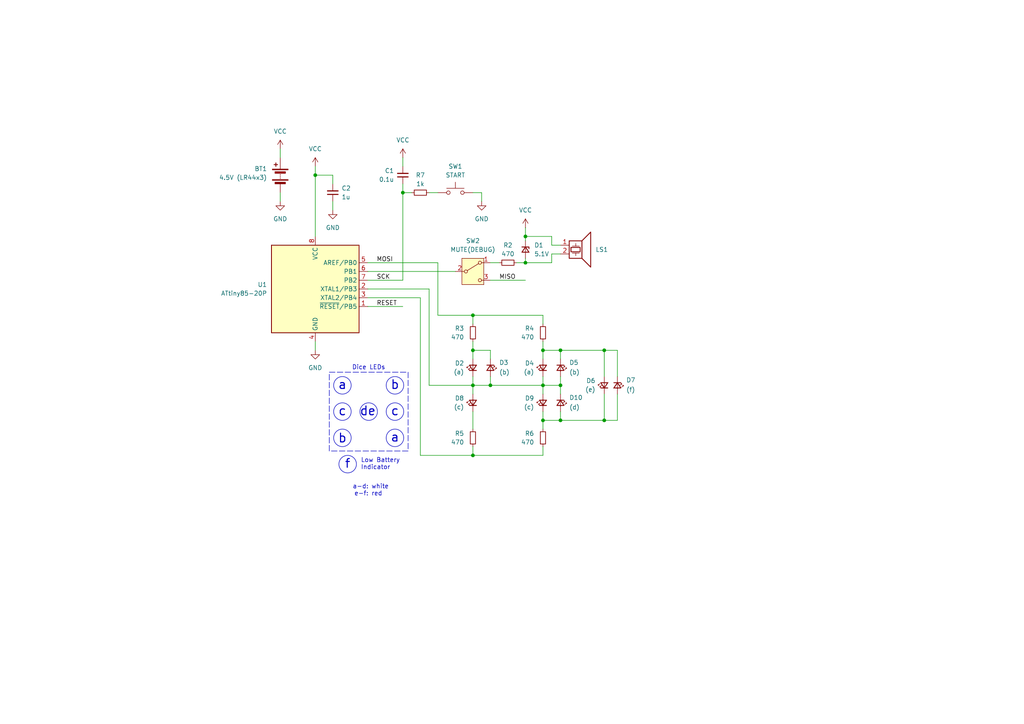
<source format=kicad_sch>
(kicad_sch (version 20250114) (generator "eeschema") (generator_version "9.0")
  (paper "A4")
  (lib_symbols
    (symbol "Device:Battery" (pin_numbers (hide yes)) (pin_names (offset 0) (hide yes))
      (property "Reference" "BT" (at 2.54 2.54 0))
      (property "Value" "Battery" (at 2.54 0 0))
      (symbol "Battery_0_1"
        (rectangle (start -2.286 1.778) (end 2.286 1.524) (fill (type outline)))
        (rectangle (start -2.286 -1.27) (end 2.286 -1.524) (fill (type outline)))
        (rectangle (start -1.524 1.016) (end 1.524 0.508) (fill (type outline)))
        (rectangle (start -1.524 -2.032) (end 1.524 -2.54) (fill (type outline)))
        (polyline (pts (xy 0 1.778) (xy 0 2.54)))
        (polyline (pts (xy 0 0) (xy 0 0.254)))
        (polyline (pts (xy 0 -0.508) (xy 0 -0.254)))
        (polyline (pts (xy 0 -1.016) (xy 0 -0.762)))
        (polyline (pts (xy 0.762 3.048) (xy 1.778 3.048)) (stroke (width 0.254)))
        (polyline (pts (xy 1.27 3.556) (xy 1.27 2.54)) (stroke (width 0.254)))
      )
      (symbol "Battery_1_1"
        (pin passive line (at 0 5.08 270) (length 2.54) (name "+") (number "1"))
        (pin passive line (at 0 -5.08 90) (length 2.54) (name "-") (number "2"))
      )
    )
    (symbol "Device:C_Small" (pin_numbers (hide yes)) (pin_names (offset 0.254) (hide yes))
      (property "Reference" "C" (at 0.254 1.778 0))
      (property "Value" "C_Small" (at 0.254 -2.032 0))
      (symbol "C_Small_0_1"
        (polyline (pts (xy -1.524 0.508) (xy 1.524 0.508)) (stroke (width 0.3048)))
        (polyline (pts (xy -1.524 -0.508) (xy 1.524 -0.508)) (stroke (width 0.3302)))
      )
      (symbol "C_Small_1_1"
        (pin passive line (at 0 2.54 270) (length 2.032) (name "~") (number "1"))
        (pin passive line (at 0 -2.54 90) (length 2.032) (name "~") (number "2"))
      )
    )
    (symbol "Device:D_Zener_Small" (pin_numbers (hide yes)) (pin_names (offset 0.254) (hide yes))
      (property "Reference" "D" (at 0 2.286 0))
      (property "Value" "D_Zener_Small" (at 0 -2.286 0))
      (symbol "D_Zener_Small_0_1"
        (polyline (pts (xy -0.254 1.016) (xy -0.762 1.016) (xy -0.762 -1.016)) (stroke (width 0.254)))
        (polyline (pts (xy 0.762 1.016) (xy -0.762 0) (xy 0.762 -1.016) (xy 0.762 1.016)) (stroke (width 0.254)))
        (polyline (pts (xy 0.762 0) (xy -0.762 0)))
      )
      (symbol "D_Zener_Small_1_1"
        (pin passive line (at -2.54 0 0) (length 1.778) (name "K") (number "1"))
        (pin passive line (at 2.54 0 180) (length 1.778) (name "A") (number "2"))
      )
    )
    (symbol "Device:LED_Small" (pin_numbers (hide yes)) (pin_names (offset 0.254) (hide yes))
      (property "Reference" "D" (at -1.27 3.175 0))
      (property "Value" "LED_Small" (at -4.445 -2.54 0))
      (symbol "LED_Small_0_1"
        (polyline (pts (xy -0.762 -1.016) (xy -0.762 1.016)) (stroke (width 0.254)))
        (polyline (pts (xy 0 0.762) (xy -0.508 1.27) (xy -0.254 1.27) (xy -0.508 1.27) (xy -0.508 1.016)))
        (polyline (pts (xy 0.508 1.27) (xy 0 1.778) (xy 0.254 1.778) (xy 0 1.778) (xy 0 1.524)))
        (polyline (pts (xy 0.762 -1.016) (xy -0.762 0) (xy 0.762 1.016) (xy 0.762 -1.016)) (stroke (width 0.254)))
        (polyline (pts (xy 1.016 0) (xy -0.762 0)))
      )
      (symbol "LED_Small_1_1"
        (pin passive line (at -2.54 0 0) (length 1.778) (name "K") (number "1"))
        (pin passive line (at 2.54 0 180) (length 1.778) (name "A") (number "2"))
      )
    )
    (symbol "Device:R_Small" (pin_numbers (hide yes)) (pin_names (offset 0.254) (hide yes))
      (property "Reference" "R" (at 0.762 0.508 0))
      (property "Value" "R_Small" (at 0.762 -1.016 0))
      (symbol "R_Small_0_1"
        (rectangle (start -0.762 1.778) (end 0.762 -1.778) (stroke (width 0.2032)))
      )
      (symbol "R_Small_1_1"
        (pin passive line (at 0 2.54 270) (length 0.762) (name "~") (number "1"))
        (pin passive line (at 0 -2.54 90) (length 0.762) (name "~") (number "2"))
      )
    )
    (symbol "Device:Speaker_Crystal" (pin_names (offset 0) (hide yes))
      (property "Reference" "LS" (at 0.635 5.715 0))
      (property "Value" "Speaker_Crystal" (at 0.635 3.81 0))
      (symbol "Speaker_Crystal_0_0"
        (rectangle (start -2.54 1.27) (end 1.143 -3.81) (stroke (width 0.254)))
        (rectangle (start -2.032 -0.635) (end 0.635 -1.905) (stroke (width 0.254)))
        (polyline (pts (xy -1.651 -0.254) (xy 0.381 -0.254)))
        (polyline (pts (xy -1.651 -2.286) (xy 0.381 -2.286)))
        (polyline (pts (xy -0.635 -0.254) (xy -0.635 0.508)))
        (polyline (pts (xy -0.635 -2.286) (xy -0.635 -3.048)))
        (polyline (pts (xy 1.143 1.27) (xy 3.683 3.81) (xy 3.683 -6.35) (xy 1.143 -3.81)) (stroke (width 0.254)))
      )
      (symbol "Speaker_Crystal_1_1"
        (pin input line (at -5.08 0 0) (length 2.54) (name "1") (number "1"))
        (pin input line (at -5.08 -2.54 0) (length 2.54) (name "2") (number "2"))
      )
    )
    (symbol "MCU_Microchip_ATtiny:ATtiny85-20P"
      (property "Reference" "U" (at -12.7 13.97 0))
      (property "Value" "ATtiny85-20P" (at 2.54 -13.97 0))
      (symbol "ATtiny85-20P_0_1"
        (rectangle (start -12.7 -12.7) (end 12.7 12.7) (stroke (width 0.254)) (fill (type background)))
      )
      (symbol "ATtiny85-20P_1_1"
        (pin power_in line (at 0 15.24 270) (length 2.54) (name "VCC") (number "8"))
        (pin power_in line (at 0 -15.24 90) (length 2.54) (name "GND") (number "4"))
        (pin bidirectional line (at 15.24 7.62 180) (length 2.54) (name "AREF/PB0") (number "5"))
        (pin bidirectional line (at 15.24 5.08 180) (length 2.54) (name "PB1") (number "6"))
        (pin bidirectional line (at 15.24 2.54 180) (length 2.54) (name "PB2") (number "7"))
        (pin bidirectional line (at 15.24 0 180) (length 2.54) (name "XTAL1/PB3") (number "2"))
        (pin bidirectional line (at 15.24 -2.54 180) (length 2.54) (name "XTAL2/PB4") (number "3"))
        (pin bidirectional line (at 15.24 -5.08 180) (length 2.54) (name "~{RESET}/PB5") (number "1"))
      )
    )
    (symbol "Switch:SW_Push" (pin_numbers (hide yes)) (pin_names (offset 1.016) (hide yes))
      (property "Reference" "SW" (at 1.27 2.54 0))
      (property "Value" "SW_Push" (at 0 -1.524 0))
      (symbol "SW_Push_0_1"
        (circle (center -2.032 0) (radius 0.508))
        (polyline (pts (xy 0 1.27) (xy 0 3.048)))
        (circle (center 2.032 0) (radius 0.508))
        (polyline (pts (xy 2.54 1.27) (xy -2.54 1.27)))
        (pin passive line (at -5.08 0 0) (length 2.54) (name "1") (number "1"))
        (pin passive line (at 5.08 0 180) (length 2.54) (name "2") (number "2"))
      )
    )
    (symbol "Switch:SW_SPDT" (pin_names (offset 0) (hide yes))
      (property "Reference" "SW" (at 0 5.08 0))
      (property "Value" "SW_SPDT" (at 0 -5.08 0))
      (symbol "SW_SPDT_0_1"
        (circle (center -2.032 0) (radius 0.4572))
        (polyline (pts (xy -1.651 0.254) (xy 1.651 2.286)))
        (circle (center 2.032 2.54) (radius 0.4572))
        (circle (center 2.032 -2.54) (radius 0.4572))
      )
      (symbol "SW_SPDT_1_1"
        (rectangle (start -3.175 3.81) (end 3.175 -3.81) (fill (type background)))
        (pin passive line (at -5.08 0 0) (length 2.54) (name "B") (number "2"))
        (pin passive line (at 5.08 2.54 180) (length 2.54) (name "A") (number "1"))
        (pin passive line (at 5.08 -2.54 180) (length 2.54) (name "C") (number "3"))
      )
    )
    (symbol "power:GND" (power) (pin_numbers (hide yes)) (pin_names (offset 0) (hide yes))
      (property "Value" "GND" (at 0 -3.81 0))
      (symbol "GND_0_1"
        (polyline (pts (xy 0 0) (xy 0 -1.27) (xy 1.27 -1.27) (xy 0 -2.54) (xy -1.27 -1.27) (xy 0 -1.27)))
      )
      (symbol "GND_1_1"
        (pin power_in line (at 0 0 270) (length 0) (name "~") (number "1"))
      )
    )
    (symbol "power:VCC" (power) (pin_numbers (hide yes)) (pin_names (offset 0) (hide yes))
      (property "Value" "VCC" (at 0 3.556 0))
      (symbol "VCC_0_1"
        (polyline (pts (xy -0.762 1.27) (xy 0 2.54)))
        (polyline (pts (xy 0 2.54) (xy 0.762 1.27)))
        (polyline (pts (xy 0 0) (xy 0 2.54)))
      )
      (symbol "VCC_1_1"
        (pin power_in line (at 0 0 90) (length 0) (name "~") (number "1"))
      )
    )
  )
  (circle (center 114.554 127) (radius 2.54))
  (circle (center 114.554 111.76) (radius 2.54))
  (circle (center 99.314 111.76) (radius 2.54))
  (rectangle (start 95.504 107.95) (end 118.364 130.81) (stroke (width 0) (type dash)))
  (circle (center 106.934 119.38) (radius 2.54))
  (circle (center 99.314 119.38) (radius 2.54))
  (circle (center 99.314 127) (radius 2.54))
  (circle (center 114.554 119.38) (radius 2.54))
  (circle (center 100.838 134.62) (radius 2.54))
  (text "de" (at 106.68 119.38 0) (effects (font (size 2.54 2.54) (thickness 0.3175))))
  (text "white\nred" (at 107.696 142.24 0) (effects (font (size 1.27 1.27)) (justify left)))
  (text "a" (at 114.554 127 0) (effects (font (size 2.54 2.54) (thickness 0.3175))))
  (text "b" (at 99.314 127.254 0) (effects (font (size 2.54 2.54) (thickness 0.3175))))
  (text "c" (at 99.314 119.38 0) (effects (font (size 2.54 2.54) (thickness 0.3175))))
  (text "c" (at 114.554 119.38 0) (effects (font (size 2.54 2.54) (thickness 0.3175))))
  (text "f" (at 100.838 134.62 0) (effects (font (size 2.54 2.54) (thickness 0.3175))))
  (text "Low Battery\nIndicator" (at 104.648 134.62 0) (effects (font (size 1.27 1.27)) (justify left)))
  (text "a" (at 99.314 111.76 0) (effects (font (size 2.54 2.54) (thickness 0.3175))))
  (text "b" (at 114.554 111.76 0) (effects (font (size 2.54 2.54) (thickness 0.3175))))
  (text "a-d:\ne-f:" (at 106.934 142.24 0) (effects (font (size 1.27 1.27)) (justify right)))
  (text "Dice LEDs" (at 106.934 106.68 0) (effects (font (size 1.27 1.27))))
  (junction (at 137.16 111.76))
  (junction (at 162.56 111.76))
  (junction (at 137.16 101.6))
  (junction (at 116.84 55.88))
  (junction (at 162.56 121.92))
  (junction (at 91.44 50.8))
  (junction (at 152.4 68.58))
  (junction (at 162.56 101.6))
  (junction (at 142.24 111.76))
  (junction (at 157.48 111.76))
  (junction (at 157.48 101.6))
  (junction (at 175.26 121.92))
  (junction (at 152.4 76.2))
  (junction (at 157.48 121.92))
  (junction (at 175.26 101.6))
  (junction (at 137.16 91.44))
  (junction (at 137.16 132.08))
  (wire (pts (xy 157.48 99.06) (xy 157.48 101.6)))
  (wire (pts (xy 81.28 58.42) (xy 81.28 55.88)))
  (wire (pts (xy 149.86 76.2) (xy 152.4 76.2)))
  (wire (pts (xy 137.16 119.38) (xy 137.16 124.46)))
  (wire (pts (xy 124.46 83.82) (xy 106.68 83.82)))
  (wire (pts (xy 175.26 114.3) (xy 175.26 121.92)))
  (wire (pts (xy 152.4 76.2) (xy 160.02 76.2)))
  (wire (pts (xy 137.16 93.98) (xy 137.16 91.44)))
  (wire (pts (xy 137.16 109.22) (xy 137.16 111.76)))
  (wire (pts (xy 157.48 93.98) (xy 157.48 91.44)))
  (wire (pts (xy 137.16 111.76) (xy 124.46 111.76)))
  (wire (pts (xy 106.68 78.74) (xy 132.08 78.74)))
  (wire (pts (xy 157.48 101.6) (xy 162.56 101.6)))
  (wire (pts (xy 157.48 121.92) (xy 162.56 121.92)))
  (wire (pts (xy 162.56 101.6) (xy 162.56 104.14)))
  (wire (pts (xy 139.7 55.88) (xy 139.7 58.42)))
  (wire (pts (xy 142.24 81.28) (xy 152.4 81.28)))
  (wire (pts (xy 116.84 53.34) (xy 116.84 55.88)))
  (wire (pts (xy 162.56 111.76) (xy 162.56 114.3)))
  (wire (pts (xy 152.4 66.04) (xy 152.4 68.58)))
  (wire (pts (xy 137.16 99.06) (xy 137.16 101.6)))
  (wire (pts (xy 179.07 109.22) (xy 179.07 101.6)))
  (wire (pts (xy 142.24 111.76) (xy 137.16 111.76)))
  (wire (pts (xy 152.4 74.93) (xy 152.4 76.2)))
  (wire (pts (xy 142.24 101.6) (xy 142.24 104.14)))
  (wire (pts (xy 157.48 104.14) (xy 157.48 101.6)))
  (wire (pts (xy 162.56 71.12) (xy 160.02 71.12)))
  (wire (pts (xy 162.56 121.92) (xy 175.26 121.92)))
  (wire (pts (xy 137.16 101.6) (xy 142.24 101.6)))
  (wire (pts (xy 137.16 111.76) (xy 137.16 114.3)))
  (wire (pts (xy 152.4 68.58) (xy 160.02 68.58)))
  (wire (pts (xy 81.28 43.18) (xy 81.28 45.72)))
  (wire (pts (xy 106.68 76.2) (xy 127 76.2)))
  (wire (pts (xy 179.07 114.3) (xy 179.07 121.92)))
  (wire (pts (xy 91.44 99.06) (xy 91.44 101.6)))
  (wire (pts (xy 127 76.2) (xy 127 91.44)))
  (wire (pts (xy 179.07 101.6) (xy 175.26 101.6)))
  (wire (pts (xy 124.46 111.76) (xy 124.46 83.82)))
  (wire (pts (xy 162.56 111.76) (xy 157.48 111.76)))
  (wire (pts (xy 121.92 86.36) (xy 121.92 132.08)))
  (wire (pts (xy 121.92 132.08) (xy 137.16 132.08)))
  (wire (pts (xy 106.68 86.36) (xy 121.92 86.36)))
  (wire (pts (xy 116.84 45.72) (xy 116.84 48.26)))
  (wire (pts (xy 116.84 55.88) (xy 116.84 81.28)))
  (wire (pts (xy 160.02 73.66) (xy 160.02 76.2)))
  (wire (pts (xy 157.48 121.92) (xy 157.48 119.38)))
  (wire (pts (xy 91.44 50.8) (xy 91.44 68.58)))
  (wire (pts (xy 137.16 129.54) (xy 137.16 132.08)))
  (wire (pts (xy 160.02 71.12) (xy 160.02 68.58)))
  (wire (pts (xy 137.16 91.44) (xy 157.48 91.44)))
  (wire (pts (xy 96.52 50.8) (xy 91.44 50.8)))
  (wire (pts (xy 96.52 53.34) (xy 96.52 50.8)))
  (wire (pts (xy 106.68 88.9) (xy 116.84 88.9)))
  (wire (pts (xy 137.16 104.14) (xy 137.16 101.6)))
  (wire (pts (xy 142.24 76.2) (xy 144.78 76.2)))
  (wire (pts (xy 142.24 109.22) (xy 142.24 111.76)))
  (wire (pts (xy 162.56 119.38) (xy 162.56 121.92)))
  (wire (pts (xy 157.48 132.08) (xy 157.48 129.54)))
  (wire (pts (xy 96.52 60.96) (xy 96.52 58.42)))
  (wire (pts (xy 137.16 132.08) (xy 157.48 132.08)))
  (wire (pts (xy 175.26 109.22) (xy 175.26 101.6)))
  (wire (pts (xy 137.16 55.88) (xy 139.7 55.88)))
  (wire (pts (xy 162.56 101.6) (xy 175.26 101.6)))
  (wire (pts (xy 157.48 111.76) (xy 157.48 114.3)))
  (wire (pts (xy 116.84 81.28) (xy 106.68 81.28)))
  (wire (pts (xy 179.07 121.92) (xy 175.26 121.92)))
  (wire (pts (xy 127 91.44) (xy 137.16 91.44)))
  (wire (pts (xy 162.56 73.66) (xy 160.02 73.66)))
  (wire (pts (xy 157.48 121.92) (xy 157.48 124.46)))
  (wire (pts (xy 162.56 109.22) (xy 162.56 111.76)))
  (wire (pts (xy 157.48 109.22) (xy 157.48 111.76)))
  (wire (pts (xy 157.48 111.76) (xy 142.24 111.76)))
  (wire (pts (xy 124.46 55.88) (xy 127 55.88)))
  (wire (pts (xy 152.4 69.85) (xy 152.4 68.58)))
  (wire (pts (xy 116.84 55.88) (xy 119.38 55.88)))
  (wire (pts (xy 91.44 48.26) (xy 91.44 50.8)))
  (label "MISO" (at 144.78 81.28 0))
  (label "MOSI" (at 109.22 76.2 0))
  (label "SCK" (at 109.22 81.28 0))
  (label "RESET" (at 109.22 88.9 0))
  (symbol (lib_id "Device:LED_Small") (at 157.48 106.68 90) (unit 1)
    (property "Reference" "D4" (at 154.94 105.3464 90) (effects (justify left)))
    (property "Value" "(a)" (at 154.94 107.8864 90) (effects (justify left)))
    (property "Description" "Light emitting diode, small symbol" (effects (hide yes)))
    (property "Sim.Pin" "1=K 2=A" (effects (hide yes)))
  )
  (symbol (lib_id "power:GND") (at 139.7 58.42 0) (unit 1)
    (property "Reference" "#PWR06" (effects (hide yes)))
    (property "Value" "GND" (at 139.7 63.5 0))
    (property "Description" "Power symbol creates a global label with name \"GND\" , ground" (effects (hide yes)))
  )
  (symbol (lib_id "Device:C_Small") (at 116.84 50.8 0) (mirror x) (unit 1)
    (property "Reference" "C1" (at 114.3 49.5235 0) (effects (justify right)))
    (property "Value" "0.1u" (at 114.3 52.0635 0) (effects (justify right)))
    (property "Description" "Unpolarized capacitor, small symbol" (effects (hide yes)))
  )
  (symbol (lib_id "Device:LED_Small") (at 162.56 106.68 270) (unit 1)
    (property "Reference" "D5" (at 165.1 105.156 90) (effects (justify left)))
    (property "Value" "(b)" (at 165.1 107.95 90) (effects (justify left)))
    (property "Description" "Light emitting diode, small symbol" (effects (hide yes)))
    (property "Sim.Pin" "1=K 2=A" (effects (hide yes)))
  )
  (symbol (lib_id "Device:Speaker_Crystal") (at 167.64 71.12 0) (unit 1)
    (property "Reference" "LS1" (at 172.72 72.3899 0) (effects (justify left)))
    (property "Value" "Speaker_Crystal" (effects (hide yes)))
    (property "Description" "Crystal speaker/transducer" (effects (hide yes)))
  )
  (symbol (lib_id "Device:R_Small") (at 157.48 96.52 0) (mirror y) (unit 1)
    (property "Reference" "R4" (at 154.94 95.2499 0) (effects (justify left)))
    (property "Value" "470" (at 154.94 97.7899 0) (effects (justify left)))
    (property "Description" "Resistor, small symbol" (effects (hide yes)))
  )
  (symbol (lib_id "Device:LED_Small") (at 142.24 106.68 270) (unit 1)
    (property "Reference" "D3" (at 144.78 105.156 90) (effects (justify left)))
    (property "Value" "(b)" (at 144.78 107.95 90) (effects (justify left)))
    (property "Description" "Light emitting diode, small symbol" (effects (hide yes)))
    (property "Sim.Pin" "1=K 2=A" (effects (hide yes)))
  )
  (symbol (lib_id "Device:LED_Small") (at 175.26 111.76 90) (unit 1)
    (property "Reference" "D6" (at 172.72 110.4264 90) (effects (justify left)))
    (property "Value" "(e)" (at 172.72 112.9664 90) (effects (justify left)))
    (property "Description" "Light emitting diode, small symbol" (effects (hide yes)))
    (property "Sim.Pin" "1=K 2=A" (effects (hide yes)))
  )
  (symbol (lib_id "Device:LED_Small") (at 179.07 111.76 270) (unit 1)
    (property "Reference" "D7" (at 181.61 110.236 90) (effects (justify left)))
    (property "Value" "(f)" (at 181.61 113.03 90) (effects (justify left)))
    (property "Description" "Light emitting diode, small symbol" (effects (hide yes)))
    (property "Sim.Pin" "1=K 2=A" (effects (hide yes)))
  )
  (symbol (lib_id "Device:R_Small") (at 121.92 55.88 270) (mirror x) (unit 1)
    (property "Reference" "R7" (at 121.92 50.8 90))
    (property "Value" "1k" (at 121.92 53.34 90))
    (property "Description" "Resistor, small symbol" (effects (hide yes)))
  )
  (symbol (lib_id "Device:R_Small") (at 137.16 96.52 0) (mirror y) (unit 1)
    (property "Reference" "R3" (at 134.62 95.2499 0) (effects (justify left)))
    (property "Value" "470" (at 134.62 97.7899 0) (effects (justify left)))
    (property "Description" "Resistor, small symbol" (effects (hide yes)))
  )
  (symbol (lib_id "power:VCC") (at 81.28 43.18 0) (unit 1)
    (property "Reference" "#PWR02" (effects (hide yes)))
    (property "Value" "VCC" (at 81.28 38.1 0))
    (property "Description" "Power symbol creates a global label with name \"VCC\"" (effects (hide yes)))
  )
  (symbol (lib_id "power:GND") (at 81.28 58.42 0) (mirror y) (unit 1)
    (property "Reference" "#PWR04" (effects (hide yes)))
    (property "Value" "GND" (at 81.28 63.5 0))
    (property "Description" "Power symbol creates a global label with name \"GND\" , ground" (effects (hide yes)))
  )
  (symbol (lib_id "Device:LED_Small") (at 137.16 106.68 90) (unit 1)
    (property "Reference" "D2" (at 134.62 105.3464 90) (effects (justify left)))
    (property "Value" "(a)" (at 134.62 107.8864 90) (effects (justify left)))
    (property "Description" "Light emitting diode, small symbol" (effects (hide yes)))
    (property "Sim.Pin" "1=K 2=A" (effects (hide yes)))
  )
  (symbol (lib_id "Device:C_Small") (at 96.52 55.88 180) (unit 1)
    (property "Reference" "C2" (at 99.06 54.6035 0) (effects (justify right)))
    (property "Value" "1u" (at 99.06 57.1435 0) (effects (justify right)))
    (property "Description" "Unpolarized capacitor, small symbol" (effects (hide yes)))
  )
  (symbol (lib_id "Switch:SW_SPDT") (at 137.16 78.74 0) (unit 1)
    (property "Reference" "SW2" (at 137.16 69.85 0))
    (property "Value" "MUTE(DEBUG)" (at 137.16 72.39 0))
    (property "Description" "Switch, single pole double throw" (effects (hide yes)))
  )
  (symbol (lib_id "MCU_Microchip_ATtiny:ATtiny85-20P") (at 91.44 83.82 0) (unit 1)
    (property "Reference" "U1" (at 77.47 82.5499 0) (effects (justify right)))
    (property "Value" "ATtiny85-20P" (at 77.47 85.0899 0) (effects (justify right)))
    (property "Footprint" "Package_DIP:DIP-8_W7.62mm" (effects (hide yes)))
    (property "Datasheet" "http://ww1.microchip.com/downloads/en/DeviceDoc/atmel-2586-avr-8-bit-microcontroller-attiny25-attiny45-attiny85_datasheet.pdf" (effects (hide yes)))
    (property "Description" "20MHz, 8kB Flash, 512B SRAM, 512B EEPROM, debugWIRE, DIP-8" (effects (hide yes)))
  )
  (symbol (lib_id "Device:LED_Small") (at 162.56 116.84 270) (unit 1)
    (property "Reference" "D10" (at 165.1 115.316 90) (effects (justify left)))
    (property "Value" "(d)" (at 165.1 118.11 90) (effects (justify left)))
    (property "Description" "Light emitting diode, small symbol" (effects (hide yes)))
    (property "Sim.Pin" "1=K 2=A" (effects (hide yes)))
  )
  (symbol (lib_id "power:VCC") (at 91.44 48.26 0) (unit 1)
    (property "Reference" "#PWR03" (effects (hide yes)))
    (property "Value" "VCC" (at 91.44 43.18 0))
    (property "Description" "Power symbol creates a global label with name \"VCC\"" (effects (hide yes)))
  )
  (symbol (lib_id "Device:R_Small") (at 137.16 127 0) (mirror y) (unit 1)
    (property "Reference" "R5" (at 134.62 125.7299 0) (effects (justify left)))
    (property "Value" "470" (at 134.62 128.2699 0) (effects (justify left)))
    (property "Description" "Resistor, small symbol" (effects (hide yes)))
  )
  (symbol (lib_id "Device:Battery") (at 81.28 50.8 0) (mirror y) (unit 1)
    (property "Reference" "BT1" (at 77.47 48.9584 0) (effects (justify left)))
    (property "Value" "4.5V (LR44x3)" (at 77.47 51.4984 0) (effects (justify left)))
    (property "Description" "Multiple-cell battery" (effects (hide yes)))
  )
  (symbol (lib_id "Device:LED_Small") (at 137.16 116.84 90) (unit 1)
    (property "Reference" "D8" (at 134.62 115.5064 90) (effects (justify left)))
    (property "Value" "(c)" (at 134.62 118.0464 90) (effects (justify left)))
    (property "Description" "Light emitting diode, small symbol" (effects (hide yes)))
    (property "Sim.Pin" "1=K 2=A" (effects (hide yes)))
  )
  (symbol (lib_id "Switch:SW_Push") (at 132.08 55.88 0) (unit 1)
    (property "Reference" "SW1" (at 132.08 48.26 0))
    (property "Value" "START" (at 132.08 50.8 0))
    (property "Description" "Push button switch, generic, two pins" (effects (hide yes)))
  )
  (symbol (lib_id "Device:D_Zener_Small") (at 152.4 72.39 270) (unit 1)
    (property "Reference" "D1" (at 154.94 71.1199 90) (effects (justify left)))
    (property "Value" "5.1V" (at 154.94 73.6599 90) (effects (justify left)))
    (property "Description" "Zener diode, small symbol" (effects (hide yes)))
  )
  (symbol (lib_id "power:VCC") (at 152.4 66.04 0) (unit 1)
    (property "Reference" "#PWR07" (effects (hide yes)))
    (property "Value" "VCC" (at 152.4 60.96 0))
    (property "Description" "Power symbol creates a global label with name \"VCC\"" (effects (hide yes)))
  )
  (symbol (lib_id "Device:R_Small") (at 147.32 76.2 270) (mirror x) (unit 1)
    (property "Reference" "R2" (at 147.32 71.12 90))
    (property "Value" "470" (at 147.32 73.66 90))
    (property "Description" "Resistor, small symbol" (effects (hide yes)))
  )
  (symbol (lib_id "power:VCC") (at 116.84 45.72 0) (unit 1)
    (property "Reference" "#PWR01" (effects (hide yes)))
    (property "Value" "VCC" (at 116.84 40.64 0))
    (property "Description" "Power symbol creates a global label with name \"VCC\"" (effects (hide yes)))
  )
  (symbol (lib_id "power:GND") (at 91.44 101.6 0) (unit 1)
    (property "Reference" "#PWR08" (effects (hide yes)))
    (property "Value" "GND" (at 91.44 106.68 0))
    (property "Description" "Power symbol creates a global label with name \"GND\" , ground" (effects (hide yes)))
  )
  (symbol (lib_id "Device:R_Small") (at 157.48 127 0) (mirror y) (unit 1)
    (property "Reference" "R6" (at 154.94 125.7299 0) (effects (justify left)))
    (property "Value" "470" (at 154.94 128.2699 0) (effects (justify left)))
    (property "Description" "Resistor, small symbol" (effects (hide yes)))
  )
  (symbol (lib_id "Device:LED_Small") (at 157.48 116.84 90) (unit 1)
    (property "Reference" "D9" (at 154.94 115.5064 90) (effects (justify left)))
    (property "Value" "(c)" (at 154.94 118.0464 90) (effects (justify left)))
    (property "Description" "Light emitting diode, small symbol" (effects (hide yes)))
    (property "Sim.Pin" "1=K 2=A" (effects (hide yes)))
  )
  (symbol (lib_id "power:GND") (at 96.52 60.96 0) (mirror y) (unit 1)
    (property "Reference" "#PWR05" (effects (hide yes)))
    (property "Value" "GND" (at 96.52 66.04 0))
    (property "Description" "Power symbol creates a global label with name \"GND\" , ground" (effects (hide yes)))
  )
)
</source>
